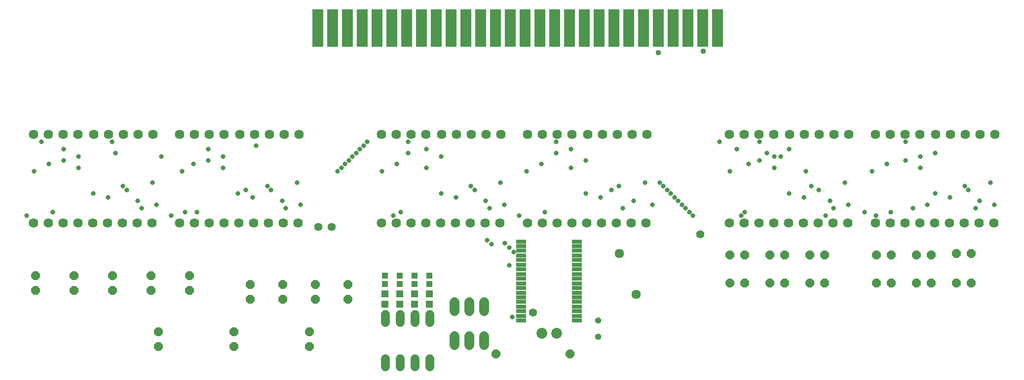
<source format=gts>
G75*
%MOIN*%
%OFA0B0*%
%FSLAX25Y25*%
%IPPOS*%
%LPD*%
%AMOC8*
5,1,8,0,0,1.08239X$1,22.5*
%
%ADD10C,0.06400*%
%ADD11OC8,0.06000*%
%ADD12R,0.07300X0.25800*%
%ADD13R,0.06706X0.02769*%
%ADD14C,0.06000*%
%ADD15C,0.07300*%
%ADD16C,0.00500*%
%ADD17R,0.03950X0.03950*%
%ADD18R,0.04737X0.05131*%
%ADD19C,0.06343*%
%ADD20C,0.06800*%
%ADD21C,0.03778*%
%ADD22C,0.05550*%
%ADD23C,0.03187*%
D10*
X0072948Y0174433D03*
X0082948Y0174433D03*
X0092948Y0174433D03*
X0102948Y0174433D03*
X0112948Y0174433D03*
X0122948Y0174433D03*
X0132948Y0174433D03*
X0142948Y0174433D03*
X0152948Y0174433D03*
X0171448Y0174433D03*
X0181448Y0174433D03*
X0191448Y0174433D03*
X0201448Y0174433D03*
X0211448Y0174433D03*
X0221448Y0174433D03*
X0231448Y0174433D03*
X0241448Y0174433D03*
X0251448Y0174433D03*
X0307948Y0174433D03*
X0317948Y0174433D03*
X0327948Y0174433D03*
X0337948Y0174433D03*
X0347948Y0174433D03*
X0357948Y0174433D03*
X0367948Y0174433D03*
X0377948Y0174433D03*
X0387948Y0174433D03*
X0406448Y0174433D03*
X0416448Y0174433D03*
X0426448Y0174433D03*
X0436448Y0174433D03*
X0446448Y0174433D03*
X0456448Y0174433D03*
X0466448Y0174433D03*
X0476448Y0174433D03*
X0486448Y0174433D03*
X0542948Y0174433D03*
X0552948Y0174433D03*
X0562948Y0174433D03*
X0572948Y0174433D03*
X0582948Y0174433D03*
X0592948Y0174433D03*
X0602948Y0174433D03*
X0612948Y0174433D03*
X0622948Y0174433D03*
X0641448Y0174433D03*
X0651448Y0174433D03*
X0661448Y0174433D03*
X0671448Y0174433D03*
X0681448Y0174433D03*
X0691448Y0174433D03*
X0701448Y0174433D03*
X0711448Y0174433D03*
X0721448Y0174433D03*
X0722236Y0234433D03*
X0712236Y0234433D03*
X0702236Y0234433D03*
X0692236Y0234433D03*
X0682236Y0234433D03*
X0671448Y0234433D03*
X0661448Y0234433D03*
X0651448Y0234433D03*
X0641448Y0234433D03*
X0623736Y0234433D03*
X0613736Y0234433D03*
X0603736Y0234433D03*
X0593736Y0234433D03*
X0583736Y0234433D03*
X0572948Y0234433D03*
X0562948Y0234433D03*
X0552948Y0234433D03*
X0542948Y0234433D03*
X0487236Y0234433D03*
X0477236Y0234433D03*
X0467236Y0234433D03*
X0457236Y0234433D03*
X0447236Y0234433D03*
X0436448Y0234433D03*
X0426448Y0234433D03*
X0416448Y0234433D03*
X0406448Y0234433D03*
X0388736Y0234433D03*
X0378736Y0234433D03*
X0368736Y0234433D03*
X0358736Y0234433D03*
X0348736Y0234433D03*
X0337948Y0234433D03*
X0327948Y0234433D03*
X0317948Y0234433D03*
X0307948Y0234433D03*
X0252236Y0234433D03*
X0242236Y0234433D03*
X0232236Y0234433D03*
X0222236Y0234433D03*
X0212236Y0234433D03*
X0201448Y0234433D03*
X0191448Y0234433D03*
X0181448Y0234433D03*
X0171448Y0234433D03*
X0153736Y0234433D03*
X0143736Y0234433D03*
X0133736Y0234433D03*
X0123736Y0234433D03*
X0113736Y0234433D03*
X0102948Y0234433D03*
X0092948Y0234433D03*
X0082948Y0234433D03*
X0072948Y0234433D03*
D11*
X0157342Y0090933D03*
X0157342Y0100933D03*
X0208342Y0100933D03*
X0208342Y0090933D03*
X0259342Y0090933D03*
X0259342Y0100933D03*
X0263342Y0122933D03*
X0285342Y0122933D03*
X0285342Y0132933D03*
X0263342Y0132933D03*
X0241342Y0132933D03*
X0219342Y0132933D03*
X0219342Y0122933D03*
X0241342Y0122933D03*
X0178342Y0128933D03*
X0178342Y0138933D03*
X0152342Y0138933D03*
X0152342Y0128933D03*
X0126342Y0128933D03*
X0126342Y0138933D03*
X0100342Y0138933D03*
X0100342Y0128933D03*
X0074342Y0128933D03*
X0074342Y0138933D03*
X0385342Y0085933D03*
X0435342Y0085933D03*
X0543342Y0133933D03*
X0553342Y0133933D03*
X0570342Y0133933D03*
X0580342Y0133933D03*
X0597342Y0133933D03*
X0607342Y0133933D03*
X0642342Y0133933D03*
X0652342Y0133933D03*
X0669342Y0133933D03*
X0679342Y0133933D03*
X0696342Y0133933D03*
X0706342Y0133933D03*
X0706342Y0153933D03*
X0696342Y0153933D03*
X0679342Y0152933D03*
X0669342Y0152933D03*
X0652342Y0152933D03*
X0642342Y0152933D03*
X0607342Y0152933D03*
X0597342Y0152933D03*
X0580342Y0152933D03*
X0570342Y0152933D03*
X0553342Y0152933D03*
X0543342Y0152933D03*
D12*
X0535092Y0306433D03*
X0525092Y0306433D03*
X0515092Y0306433D03*
X0505092Y0306433D03*
X0495092Y0306433D03*
X0485092Y0306433D03*
X0475092Y0306433D03*
X0465092Y0306433D03*
X0455092Y0306433D03*
X0445092Y0306433D03*
X0435092Y0306433D03*
X0425092Y0306433D03*
X0415092Y0306433D03*
X0405092Y0306433D03*
X0395092Y0306433D03*
X0385092Y0306433D03*
X0375092Y0306433D03*
X0365092Y0306433D03*
X0355092Y0306433D03*
X0345092Y0306433D03*
X0335092Y0306433D03*
X0325092Y0306433D03*
X0315092Y0306433D03*
X0305092Y0306433D03*
X0295092Y0306433D03*
X0285092Y0306433D03*
X0275092Y0306433D03*
X0265092Y0306433D03*
D13*
X0402441Y0161905D03*
X0402441Y0158755D03*
X0402441Y0155606D03*
X0402441Y0152456D03*
X0402441Y0149306D03*
X0402441Y0146157D03*
X0402441Y0143007D03*
X0402441Y0139857D03*
X0402441Y0136708D03*
X0402441Y0133558D03*
X0402441Y0130409D03*
X0402441Y0127259D03*
X0402441Y0124109D03*
X0402441Y0120960D03*
X0402441Y0117810D03*
X0402441Y0114661D03*
X0402441Y0111511D03*
X0402441Y0108361D03*
X0439843Y0108361D03*
X0439843Y0111511D03*
X0439843Y0114661D03*
X0439843Y0117810D03*
X0439843Y0120960D03*
X0439843Y0124109D03*
X0439843Y0127259D03*
X0439843Y0130409D03*
X0439843Y0133558D03*
X0439843Y0136708D03*
X0439843Y0139857D03*
X0439843Y0143007D03*
X0439843Y0146157D03*
X0439843Y0149306D03*
X0439843Y0152456D03*
X0439843Y0155606D03*
X0439843Y0158755D03*
X0439843Y0161905D03*
D14*
X0340542Y0112433D02*
X0340542Y0107233D01*
X0330542Y0107233D02*
X0330542Y0112433D01*
X0320542Y0112433D02*
X0320542Y0107233D01*
X0310542Y0107233D02*
X0310542Y0112433D01*
X0310542Y0082433D02*
X0310542Y0077233D01*
X0320542Y0077233D02*
X0320542Y0082433D01*
X0330542Y0082433D02*
X0330542Y0077233D01*
X0340542Y0077233D02*
X0340542Y0082433D01*
D15*
X0416342Y0099933D03*
X0426342Y0099933D03*
D16*
X0452611Y0097443D02*
X0452651Y0097059D01*
X0452776Y0096693D01*
X0452979Y0096364D01*
X0453249Y0096089D01*
X0453575Y0095880D01*
X0453938Y0095750D01*
X0454322Y0095703D01*
X0454716Y0095741D01*
X0455093Y0095865D01*
X0455432Y0096071D01*
X0455717Y0096346D01*
X0455933Y0096678D01*
X0456070Y0097050D01*
X0456121Y0097443D01*
X0456066Y0097841D01*
X0455924Y0098217D01*
X0455702Y0098552D01*
X0455410Y0098829D01*
X0455065Y0099035D01*
X0454682Y0099158D01*
X0454282Y0099193D01*
X0453902Y0099141D01*
X0453544Y0099006D01*
X0453224Y0098795D01*
X0452960Y0098518D01*
X0452763Y0098189D01*
X0452645Y0097824D01*
X0452611Y0097443D01*
X0452631Y0097259D02*
X0456097Y0097259D01*
X0456078Y0097757D02*
X0452639Y0097757D01*
X0452803Y0098256D02*
X0455898Y0098256D01*
X0455489Y0098754D02*
X0453185Y0098754D01*
X0452753Y0096760D02*
X0455963Y0096760D01*
X0455630Y0096262D02*
X0453079Y0096262D01*
X0453900Y0095763D02*
X0454784Y0095763D01*
X0454322Y0106723D02*
X0453938Y0106770D01*
X0453575Y0106900D01*
X0453249Y0107109D01*
X0452979Y0107384D01*
X0452776Y0107713D01*
X0452651Y0108079D01*
X0452611Y0108463D01*
X0452645Y0108845D01*
X0452763Y0109209D01*
X0452960Y0109538D01*
X0453224Y0109815D01*
X0453544Y0110026D01*
X0453902Y0110161D01*
X0454282Y0110213D01*
X0454682Y0110178D01*
X0455065Y0110055D01*
X0455410Y0109849D01*
X0455702Y0109572D01*
X0455924Y0109237D01*
X0456066Y0108861D01*
X0456121Y0108463D01*
X0456070Y0108070D01*
X0455933Y0107698D01*
X0455717Y0107366D01*
X0455432Y0107091D01*
X0455093Y0106885D01*
X0454716Y0106761D01*
X0454322Y0106723D01*
X0454261Y0106731D02*
X0454399Y0106731D01*
X0455575Y0107229D02*
X0453131Y0107229D01*
X0452771Y0107728D02*
X0455944Y0107728D01*
X0456091Y0108226D02*
X0452636Y0108226D01*
X0452635Y0108725D02*
X0456085Y0108725D01*
X0455929Y0109223D02*
X0452772Y0109223D01*
X0453135Y0109722D02*
X0455545Y0109722D01*
D17*
X0340342Y0132980D03*
X0340342Y0138886D03*
X0330342Y0138886D03*
X0330342Y0132980D03*
X0320342Y0132980D03*
X0320342Y0138886D03*
X0310342Y0138886D03*
X0310342Y0132980D03*
D18*
X0310342Y0126280D03*
X0320342Y0126280D03*
X0330342Y0126280D03*
X0330342Y0119587D03*
X0320342Y0119587D03*
X0310342Y0119587D03*
X0340342Y0119587D03*
X0340342Y0126280D03*
D19*
X0468617Y0153755D03*
X0480067Y0126111D03*
D20*
X0377342Y0120933D02*
X0377342Y0114933D01*
X0367342Y0114933D02*
X0367342Y0120933D01*
X0357342Y0120933D02*
X0357342Y0114933D01*
X0357342Y0097933D02*
X0357342Y0091933D01*
X0367342Y0091933D02*
X0367342Y0097933D01*
X0377342Y0097933D02*
X0377342Y0091933D01*
D21*
X0494842Y0289933D03*
X0525342Y0290933D03*
D22*
X0274342Y0171933D03*
X0265342Y0171933D03*
X0410342Y0113933D03*
X0523342Y0166933D03*
D23*
X0518342Y0179433D03*
X0515842Y0181933D03*
X0513342Y0184433D03*
X0510842Y0186933D03*
X0508342Y0189433D03*
X0505842Y0191933D03*
X0503342Y0194433D03*
X0500842Y0196933D03*
X0498342Y0199433D03*
X0495842Y0201933D03*
X0485842Y0201933D03*
X0468342Y0199433D03*
X0463342Y0196933D03*
X0455842Y0191933D03*
X0445842Y0194433D03*
X0470842Y0184433D03*
X0478342Y0189433D03*
X0490842Y0186933D03*
X0543342Y0209433D03*
X0555842Y0214433D03*
X0563342Y0216933D03*
X0573342Y0219433D03*
X0577742Y0219433D03*
X0583342Y0224433D03*
X0568142Y0221933D03*
X0563342Y0229433D03*
X0548042Y0224433D03*
X0536342Y0229433D03*
X0573342Y0211933D03*
X0594542Y0209433D03*
X0598342Y0199433D03*
X0603342Y0196933D03*
X0593342Y0191933D03*
X0583342Y0194433D03*
X0610842Y0189433D03*
X0613342Y0184433D03*
X0608042Y0179433D03*
X0623342Y0186933D03*
X0634442Y0181933D03*
X0641842Y0179433D03*
X0651842Y0181933D03*
X0666842Y0184433D03*
X0676742Y0186933D03*
X0691842Y0191933D03*
X0681842Y0194433D03*
X0701842Y0199433D03*
X0704342Y0196933D03*
X0711842Y0189433D03*
X0721842Y0186933D03*
X0709342Y0184433D03*
X0719342Y0201933D03*
X0681842Y0221933D03*
X0671842Y0219433D03*
X0661842Y0216933D03*
X0671842Y0211933D03*
X0649342Y0214433D03*
X0639342Y0209433D03*
X0620842Y0201933D03*
X0661842Y0229433D03*
X0553342Y0181933D03*
X0550842Y0179433D03*
X0445842Y0216933D03*
X0435842Y0211933D03*
X0425842Y0221933D03*
X0425842Y0229433D03*
X0435842Y0224433D03*
X0415842Y0214433D03*
X0405842Y0209433D03*
X0388342Y0201933D03*
X0370842Y0196933D03*
X0368342Y0199433D03*
X0358342Y0191933D03*
X0348342Y0194433D03*
X0320842Y0181933D03*
X0315842Y0179433D03*
X0253342Y0186933D03*
X0243342Y0184433D03*
X0240842Y0189433D03*
X0233342Y0196933D03*
X0230842Y0199433D03*
X0220842Y0191933D03*
X0216342Y0196933D03*
X0210842Y0194433D03*
X0183342Y0181933D03*
X0175436Y0181933D03*
X0165842Y0179433D03*
X0155842Y0186933D03*
X0145842Y0184433D03*
X0143342Y0189433D03*
X0135842Y0196933D03*
X0133342Y0199433D03*
X0123342Y0191933D03*
X0113342Y0194433D03*
X0085842Y0181933D03*
X0068342Y0179433D03*
X0073342Y0209433D03*
X0083342Y0214433D03*
X0093342Y0216933D03*
X0103342Y0219433D03*
X0103342Y0211933D03*
X0093342Y0224433D03*
X0078342Y0229433D03*
X0125842Y0229433D03*
X0128342Y0221933D03*
X0159342Y0219433D03*
X0173342Y0209433D03*
X0180842Y0214433D03*
X0190842Y0216933D03*
X0200842Y0219433D03*
X0200842Y0211933D03*
X0190842Y0224433D03*
X0223342Y0226933D03*
X0278342Y0209433D03*
X0280842Y0211933D03*
X0283342Y0214433D03*
X0285842Y0216933D03*
X0288342Y0219433D03*
X0290842Y0221933D03*
X0293342Y0224433D03*
X0295842Y0226933D03*
X0298342Y0229433D03*
X0318342Y0214433D03*
X0325842Y0221933D03*
X0338342Y0224433D03*
X0325842Y0229433D03*
X0348342Y0219433D03*
X0338342Y0211933D03*
X0308342Y0209433D03*
X0250842Y0201933D03*
X0153342Y0201933D03*
X0378342Y0189433D03*
X0390842Y0186933D03*
X0380842Y0184433D03*
X0400842Y0179433D03*
X0418342Y0181933D03*
X0379342Y0162933D03*
X0382398Y0159984D03*
X0391342Y0160933D03*
X0394342Y0157933D03*
X0397342Y0154933D03*
X0394342Y0145933D03*
X0396342Y0110933D03*
M02*

</source>
